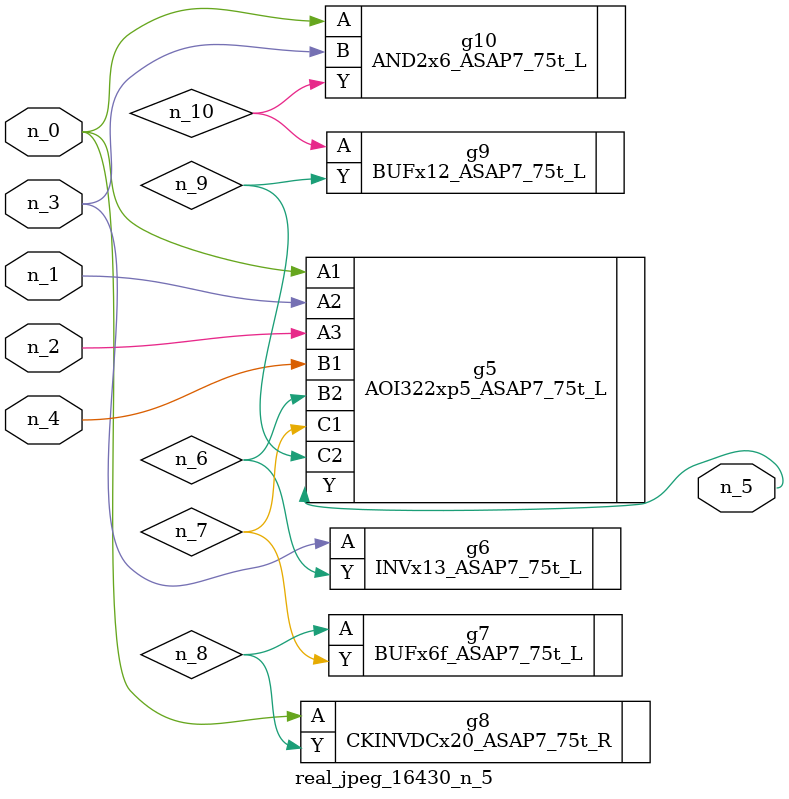
<source format=v>
module real_jpeg_16430_n_5 (n_4, n_0, n_1, n_2, n_3, n_5);

input n_4;
input n_0;
input n_1;
input n_2;
input n_3;

output n_5;

wire n_8;
wire n_6;
wire n_7;
wire n_10;
wire n_9;

AOI322xp5_ASAP7_75t_L g5 ( 
.A1(n_0),
.A2(n_1),
.A3(n_2),
.B1(n_4),
.B2(n_6),
.C1(n_7),
.C2(n_9),
.Y(n_5)
);

CKINVDCx20_ASAP7_75t_R g8 ( 
.A(n_0),
.Y(n_8)
);

AND2x6_ASAP7_75t_L g10 ( 
.A(n_0),
.B(n_3),
.Y(n_10)
);

INVx13_ASAP7_75t_L g6 ( 
.A(n_3),
.Y(n_6)
);

BUFx6f_ASAP7_75t_L g7 ( 
.A(n_8),
.Y(n_7)
);

BUFx12_ASAP7_75t_L g9 ( 
.A(n_10),
.Y(n_9)
);


endmodule
</source>
